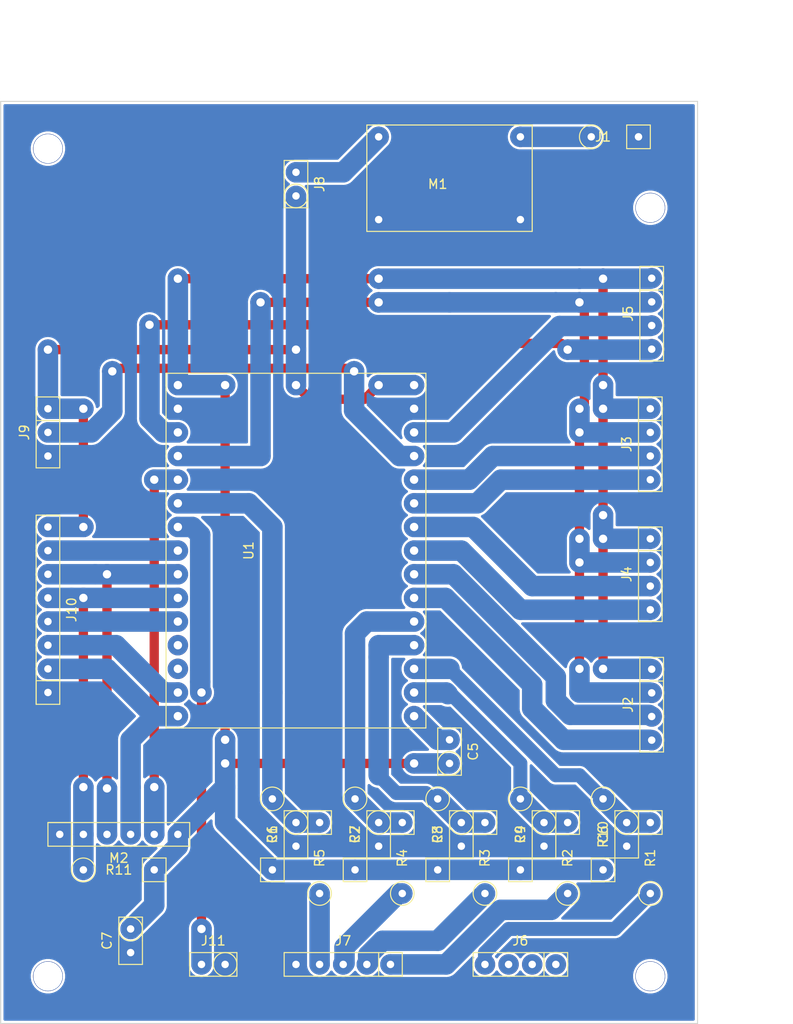
<source format=kicad_pcb>
(kicad_pcb (version 20171130) (host pcbnew "(5.1.6)-1")
  (layers (0 F.Cu signal) (31 B.Cu signal) (34 B.Paste user hide) (35 F.Paste user hide) (36 B.SilkS user hide) (37 F.SilkS user hide) (38 B.Mask user) (39 F.Mask user hide) (44 Edge.Cuts user))
  (net 0 "")
  (net 1 GND)
  (net 2 +3V3)
  (net 3 +5V)
  (net 4 X_DIR)
  (net 5 X_STEP)
  (net 6 STEP_EN)
  (net 7 Y_DIR)
  (net 8 Y_STEP)
  (net 9 Z_STEP)
  (net 10 Z_DIR)
  (net 11 MISO)
  (net 12 MCLK)
  (net 13 MOSI)
  (net 14 SD_CS)
  (net 15 TOUCH_CS)
  (net 16 TFT_DC)
  (net 17 TFT_CS)
  (net 18 LED)
  (net 19 "Net-(J6-Pad1)")
  (net 20 "Net-(J7-Pad1)")
  (net 21 A_STEP)
  (net 22 A_DIR)
  (net 23 "Net-(J1-Pad2)")
  (net 24 PROBE_SW)
  (net 25 Z_SW)
  (net 26 A_SW)
  (net 27 Y_SW)
  (net 28 X_SW)
  (net 29 "Net-(C5-Pad2)")
  (net 30 "Net-(J6-Pad2)")
  (net 31 "Net-(J6-Pad3)")
  (net 32 "Net-(J6-Pad4)")
  (net 33 "Net-(J7-Pad2)")
  (net 34 "Net-(J7-Pad3)")
  (net 35 "Net-(J7-Pad4)")
  (net 36 "Net-(J8-Pad2)")
  (net 37 PWM)
  (net 38 "Net-(U1-Pad18)")
  (net 39 "Net-(U1-Pad19)")
  (module cnc3018-PCB:my5Pin (layer F.Cu) (at 36.83 -6.29 180)
    (fp_text reference J7 (at 0 2.54) (layer F.SilkS))
    (fp_text value Conn_01x05)
    (pad 1 thru_hole circle (at -5.08 0 180) (size 2.2 2.2) (drill 0.8) (layers *.Cu *.Mask) (net 20 "Net-(J7-Pad1)"))
    (pad 2 thru_hole circle (at -2.54 0 180) (size 2.2 2.2) (drill 0.8) (layers *.Cu *.Mask) (net 33 "Net-(J7-Pad2)"))
    (pad 3 thru_hole circle (at 0 0 180) (size 2.2 2.2) (drill 0.8) (layers *.Cu *.Mask) (net 34 "Net-(J7-Pad3)"))
    (pad 4 thru_hole circle (at 2.54 0 180) (size 2.2 2.2) (drill 0.8) (layers *.Cu *.Mask) (net 35 "Net-(J7-Pad4)"))
    (pad 5 thru_hole circle (at 5.08 0 180) (size 2.2 2.2) (drill 0.8) (layers *.Cu *.Mask) (net 1 GND))
  )
  (module cnc3018-PCB:my2pin (layer F.Cu) (at 31.75 -21.53 270)
    (fp_text reference C1 (at 1.27 2.54 90) (layer F.SilkS))
    (fp_text value 100nf)
    (pad 1 thru_hole circle (at 0 0 270) (size 2.2 2.2) (drill 0.8) (layers *.Cu *.Mask) (net 28 X_SW))
    (pad 2 thru_hole circle (at 2.54 0 270) (size 2.2 2.2) (drill 0.8) (layers *.Cu *.Mask) (net 1 GND))
  )
  (module cnc3018-PCB:my2pin (layer F.Cu) (at 40.64 -21.53 270)
    (fp_text reference C2 (at 1.27 2.54 90) (layer F.SilkS))
    (fp_text value 100nf)
    (pad 2 thru_hole circle (at 2.54 0 270) (size 2.2 2.2) (drill 0.8) (layers *.Cu *.Mask) (net 1 GND))
    (pad 1 thru_hole circle (at 0 0 270) (size 2.2 2.2) (drill 0.8) (layers *.Cu *.Mask) (net 27 Y_SW))
  )
  (module cnc3018-PCB:my2pin (layer F.Cu) (at 49.53 -21.53 270)
    (fp_text reference C3 (at 1.27 2.54 90) (layer F.SilkS))
    (fp_text value 100nf)
    (pad 1 thru_hole circle (at 0 0 270) (size 2.2 2.2) (drill 0.8) (layers *.Cu *.Mask) (net 26 A_SW))
    (pad 2 thru_hole circle (at 2.54 0 270) (size 2.2 2.2) (drill 0.8) (layers *.Cu *.Mask) (net 1 GND))
  )
  (module cnc3018-PCB:my2pin (layer F.Cu) (at 58.42 -21.53 270)
    (fp_text reference C4 (at 1.27 2.54 90) (layer F.SilkS))
    (fp_text value 100nf)
    (pad 2 thru_hole circle (at 2.54 0 270) (size 2.2 2.2) (drill 0.8) (layers *.Cu *.Mask) (net 1 GND))
    (pad 1 thru_hole circle (at 0 0 270) (size 2.2 2.2) (drill 0.8) (layers *.Cu *.Mask) (net 25 Z_SW))
  )
  (module cnc3018-PCB:my2pin (layer F.Cu) (at 48.26 -27.88 90)
    (fp_text reference C5 (at 1.27 2.54 90) (layer F.SilkS))
    (fp_text value 10uF)
    (pad 2 thru_hole circle (at 2.54 0 90) (size 2.2 2.2) (drill 0.8) (layers *.Cu *.Mask) (net 29 "Net-(C5-Pad2)"))
    (pad 1 thru_hole circle (at 0 0 90) (size 2.2 2.2) (drill 0.8) (layers *.Cu *.Mask) (net 2 +3V3))
  )
  (module cnc3018-PCB:my2pin (layer F.Cu) (at 67.31 -21.53 270)
    (fp_text reference C6 (at 1.27 2.54 90) (layer F.SilkS))
    (fp_text value 100nf)
    (pad 1 thru_hole circle (at 0 0 270) (size 2.2 2.2) (drill 0.8) (layers *.Cu *.Mask) (net 24 PROBE_SW))
    (pad 2 thru_hole circle (at 2.54 0 270) (size 2.2 2.2) (drill 0.8) (layers *.Cu *.Mask) (net 1 GND))
  )
  (module cnc3018-PCB:my2pin (layer F.Cu) (at 13.97 -10.1 270)
    (fp_text reference C7 (at 1.27 2.54 90) (layer F.SilkS))
    (fp_text value "220uf 10V")
    (pad 2 thru_hole circle (at 2.54 0 270) (size 2.2 2.2) (drill 0.8) (layers *.Cu *.Mask) (net 1 GND))
    (pad 1 thru_hole circle (at 0 0 270) (size 2.2 2.2) (drill 0.8) (layers *.Cu *.Mask) (net 2 +3V3))
  )
  (module cnc3018-PCB:mySkip1 (layer F.Cu) (at 68.58 -95.19 180)
    (fp_text reference J1 (at 3.81 0) (layer F.SilkS))
    (fp_text value 24V)
    (pad 1 thru_hole circle (at 0 0 180) (size 2.2 2.2) (drill 0.8) (layers *.Cu *.Mask) (net 1 GND))
    (pad 2 thru_hole circle (at 5.08 0 180) (size 2.2 2.2) (drill 0.8) (layers *.Cu *.Mask) (net 23 "Net-(J1-Pad2)"))
  )
  (module cnc3018-PCB:my4pin (layer F.Cu) (at 70 -38 270)
    (fp_text reference J2 (at 3.81 2.54 90) (layer F.SilkS))
    (fp_text value Z_AXIS)
    (pad 1 thru_hole circle (at 0 0 270) (size 2.2 2.2) (drill 0.8) (layers *.Cu *.Mask) (net 2 +3V3))
    (pad 2 thru_hole circle (at 2.54 0 270) (size 2.2 2.2) (drill 0.8) (layers *.Cu *.Mask) (net 6 STEP_EN))
    (pad 3 thru_hole circle (at 5.08 0 270) (size 2.2 2.2) (drill 0.8) (layers *.Cu *.Mask) (net 4 X_DIR))
    (pad 4 thru_hole circle (at 7.62 0 270) (size 2.2 2.2) (drill 0.8) (layers *.Cu *.Mask) (net 5 X_STEP))
  )
  (module cnc3018-PCB:my4pin (layer F.Cu) (at 69.85 -65.98 270)
    (fp_text reference J3 (at 3.81 2.54 90) (layer F.SilkS))
    (fp_text value A_AXIS)
    (pad 4 thru_hole circle (at 7.62 0 270) (size 2.2 2.2) (drill 0.8) (layers *.Cu *.Mask) (net 21 A_STEP))
    (pad 3 thru_hole circle (at 5.08 0 270) (size 2.2 2.2) (drill 0.8) (layers *.Cu *.Mask) (net 22 A_DIR))
    (pad 2 thru_hole circle (at 2.54 0 270) (size 2.2 2.2) (drill 0.8) (layers *.Cu *.Mask) (net 6 STEP_EN))
    (pad 1 thru_hole circle (at 0 0 270) (size 2.2 2.2) (drill 0.8) (layers *.Cu *.Mask) (net 2 +3V3))
  )
  (module cnc3018-PCB:my4pin (layer F.Cu) (at 69.85 -52.01 270)
    (fp_text reference J4 (at 3.81 2.54 90) (layer F.SilkS))
    (fp_text value Y_AXIS)
    (pad 1 thru_hole circle (at 0 0 270) (size 2.2 2.2) (drill 0.8) (layers *.Cu *.Mask) (net 2 +3V3))
    (pad 2 thru_hole circle (at 2.54 0 270) (size 2.2 2.2) (drill 0.8) (layers *.Cu *.Mask) (net 6 STEP_EN))
    (pad 3 thru_hole circle (at 5.08 0 270) (size 2.2 2.2) (drill 0.8) (layers *.Cu *.Mask) (net 7 Y_DIR))
    (pad 4 thru_hole circle (at 7.62 0 270) (size 2.2 2.2) (drill 0.8) (layers *.Cu *.Mask) (net 8 Y_STEP))
  )
  (module cnc3018-PCB:my4pin (layer F.Cu) (at 70 -80 270)
    (fp_text reference J5 (at 3.81 2.54 90) (layer F.SilkS))
    (fp_text value X_AXIS)
    (pad 4 thru_hole circle (at 7.62 0 270) (size 2.2 2.2) (drill 0.8) (layers *.Cu *.Mask) (net 9 Z_STEP))
    (pad 3 thru_hole circle (at 5.08 0 270) (size 2.2 2.2) (drill 0.8) (layers *.Cu *.Mask) (net 10 Z_DIR))
    (pad 2 thru_hole circle (at 2.54 0 270) (size 2.2 2.2) (drill 0.8) (layers *.Cu *.Mask) (net 6 STEP_EN))
    (pad 1 thru_hole circle (at 0 0 270) (size 2.2 2.2) (drill 0.8) (layers *.Cu *.Mask) (net 2 +3V3))
  )
  (module cnc3018-PCB:my4pin (layer F.Cu) (at 59.69 -6.29 180)
    (fp_text reference J6 (at 3.81 2.54) (layer F.SilkS))
    (fp_text value Conn_01x04)
    (pad 1 thru_hole circle (at 0 0 180) (size 2.2 2.2) (drill 0.8) (layers *.Cu *.Mask) (net 19 "Net-(J6-Pad1)"))
    (pad 2 thru_hole circle (at 2.54 0 180) (size 2.2 2.2) (drill 0.8) (layers *.Cu *.Mask) (net 30 "Net-(J6-Pad2)"))
    (pad 3 thru_hole circle (at 5.08 0 180) (size 2.2 2.2) (drill 0.8) (layers *.Cu *.Mask) (net 31 "Net-(J6-Pad3)"))
    (pad 4 thru_hole circle (at 7.62 0 180) (size 2.2 2.2) (drill 0.8) (layers *.Cu *.Mask) (net 32 "Net-(J6-Pad4)"))
  )
  (module cnc3018-PCB:my2pin (layer F.Cu) (at 31.75 -88.84 90)
    (fp_text reference J8 (at 1.27 2.54 90) (layer F.SilkS))
    (fp_text value "USB 5V")
    (pad 1 thru_hole circle (at 0 0 90) (size 2.2 2.2) (drill 0.8) (layers *.Cu *.Mask) (net 3 +5V))
    (pad 2 thru_hole circle (at 2.54 0 90) (size 2.2 2.2) (drill 0.8) (layers *.Cu *.Mask) (net 36 "Net-(J8-Pad2)"))
  )
  (module cnc3018-PCB:my3pin (layer F.Cu) (at 5.08 -63.44 270)
    (fp_text reference J9 (at 0 2.54 90) (layer F.SilkS))
    (fp_text value "WS2812B Strip")
    (pad 1 thru_hole circle (at -2.54 0 270) (size 2.2 2.2) (drill 0.8) (layers *.Cu *.Mask) (net 3 +5V))
    (pad 2 thru_hole circle (at 0 0 270) (size 2.2 2.2) (drill 0.8) (layers *.Cu *.Mask) (net 18 LED))
    (pad 3 thru_hole circle (at 2.54 0 270) (size 2.2 2.2) (drill 0.8) (layers *.Cu *.Mask) (net 1 GND))
  )
  (module cnc3018-PCB:my8Pin (layer F.Cu) (at 5.08 -43.12 90)
    (fp_text reference J10 (at 1.27 2.54 90) (layer F.SilkS))
    (fp_text value Display)
    (pad 1 thru_hole circle (at -7.62 0 90) (size 2.2 2.2) (drill 0.8) (layers *.Cu *.Mask) (net 1 GND))
    (pad 2 thru_hole circle (at -5.08 0 90) (size 2.2 2.2) (drill 0.8) (layers *.Cu *.Mask) (net 13 MOSI))
    (pad 3 thru_hole circle (at -2.54 0 90) (size 2.2 2.2) (drill 0.8) (layers *.Cu *.Mask) (net 17 TFT_CS))
    (pad 4 thru_hole circle (at 0 0 90) (size 2.2 2.2) (drill 0.8) (layers *.Cu *.Mask) (net 16 TFT_DC))
    (pad 5 thru_hole circle (at 2.54 0 90) (size 2.2 2.2) (drill 0.8) (layers *.Cu *.Mask) (net 11 MISO))
    (pad 6 thru_hole circle (at 5.08 0 90) (size 2.2 2.2) (drill 0.8) (layers *.Cu *.Mask) (net 12 MCLK))
    (pad 7 thru_hole circle (at 7.62 0 90) (size 2.2 2.2) (drill 0.8) (layers *.Cu *.Mask) (net 15 TOUCH_CS))
    (pad 8 thru_hole circle (at 10.16 0 90) (size 2.2 2.2) (drill 0.8) (layers *.Cu *.Mask) (net 3 +5V))
  )
  (module cnc3018-PCB:my2pin (layer F.Cu) (at 24.13 -6.29 180)
    (fp_text reference J11 (at 1.27 2.54) (layer F.SilkS))
    (fp_text value PWM)
    (pad 1 thru_hole circle (at 0 0 180) (size 2.2 2.2) (drill 0.8) (layers *.Cu *.Mask) (net 1 GND))
    (pad 2 thru_hole circle (at 2.54 0 180) (size 2.2 2.2) (drill 0.8) (layers *.Cu *.Mask) (net 37 PWM))
  )
  (module cnc3018-PCB:BUCK01 (layer F.Cu) (at 50.8 -86.3 180)
    (fp_text reference M1 (at 3.81 3.81) (layer F.SilkS))
    (fp_text value BUCK01)
    (pad 1 thru_hole circle (at -5.08 0 180) (size 2.2 2.2) (drill 0.8) (layers *.Cu *.Mask) (net 1 GND))
    (pad 2 thru_hole circle (at 10.16 0 180) (size 2.2 2.2) (drill 0.8) (layers *.Cu *.Mask) (net 1 GND))
    (pad 3 thru_hole circle (at 10.16 8.89 180) (size 2.2 2.2) (drill 0.8) (layers *.Cu *.Mask) (net 36 "Net-(J8-Pad2)"))
    (pad 4 thru_hole circle (at -5.08 8.89 180) (size 2.2 2.2) (drill 0.8) (layers *.Cu *.Mask) (net 23 "Net-(J1-Pad2)"))
  )
  (module cnc3018-PCB:my6Pin (layer F.Cu) (at 6.35 -20.26)
    (fp_text reference M2 (at 6.35 2.54) (layer F.SilkS))
    (fp_text value SD_TYP0)
    (pad 1 thru_hole circle (at 0 0) (size 2.2 2.2) (drill 0.8) (layers *.Cu *.Mask) (net 1 GND))
    (pad 2 thru_hole circle (at 2.54 0) (size 2.2 2.2) (drill 0.8) (layers *.Cu *.Mask) (net 11 MISO))
    (pad 3 thru_hole circle (at 5.08 0) (size 2.2 2.2) (drill 0.8) (layers *.Cu *.Mask) (net 12 MCLK))
    (pad 4 thru_hole circle (at 7.62 0) (size 2.2 2.2) (drill 0.8) (layers *.Cu *.Mask) (net 13 MOSI))
    (pad 5 thru_hole circle (at 10.16 0) (size 2.2 2.2) (drill 0.8) (layers *.Cu *.Mask) (net 14 SD_CS))
    (pad 6 thru_hole circle (at 12.7 0) (size 2.2 2.2) (drill 0.8) (layers *.Cu *.Mask) (net 2 +3V3))
  )
  (module cnc3018-PCB:mySkip2 (layer F.Cu) (at 69.85 -21.53 270)
    (fp_text reference R1 (at 3.81 0 90) (layer F.SilkS))
    (fp_text value 100)
    (pad 2 thru_hole circle (at 7.62 0 270) (size 2.2 2.2) (drill 0.8) (layers *.Cu *.Mask) (net 32 "Net-(J6-Pad4)"))
    (pad 1 thru_hole circle (at 0 0 270) (size 2.2 2.2) (drill 0.8) (layers *.Cu *.Mask) (net 24 PROBE_SW))
  )
  (module cnc3018-PCB:mySkip2 (layer F.Cu) (at 60.96 -21.53 270)
    (fp_text reference R2 (at 3.81 0 90) (layer F.SilkS))
    (fp_text value 100)
    (pad 2 thru_hole circle (at 7.62 0 270) (size 2.2 2.2) (drill 0.8) (layers *.Cu *.Mask) (net 20 "Net-(J7-Pad1)"))
    (pad 1 thru_hole circle (at 0 0 270) (size 2.2 2.2) (drill 0.8) (layers *.Cu *.Mask) (net 25 Z_SW))
  )
  (module cnc3018-PCB:mySkip2 (layer F.Cu) (at 52.07 -21.53 270)
    (fp_text reference R3 (at 3.81 0 90) (layer F.SilkS))
    (fp_text value 100)
    (pad 1 thru_hole circle (at 0 0 270) (size 2.2 2.2) (drill 0.8) (layers *.Cu *.Mask) (net 26 A_SW))
    (pad 2 thru_hole circle (at 7.62 0 270) (size 2.2 2.2) (drill 0.8) (layers *.Cu *.Mask) (net 33 "Net-(J7-Pad2)"))
  )
  (module cnc3018-PCB:mySkip2 (layer F.Cu) (at 43.18 -21.53 270)
    (fp_text reference R4 (at 3.81 0 90) (layer F.SilkS))
    (fp_text value 100)
    (pad 2 thru_hole circle (at 7.62 0 270) (size 2.2 2.2) (drill 0.8) (layers *.Cu *.Mask) (net 34 "Net-(J7-Pad3)"))
    (pad 1 thru_hole circle (at 0 0 270) (size 2.2 2.2) (drill 0.8) (layers *.Cu *.Mask) (net 27 Y_SW))
  )
  (module cnc3018-PCB:mySkip2 (layer F.Cu) (at 34.29 -21.53 270)
    (fp_text reference R5 (at 3.81 0 90) (layer F.SilkS))
    (fp_text value 100)
    (pad 1 thru_hole circle (at 0 0 270) (size 2.2 2.2) (drill 0.8) (layers *.Cu *.Mask) (net 28 X_SW))
    (pad 2 thru_hole circle (at 7.62 0 270) (size 2.2 2.2) (drill 0.8) (layers *.Cu *.Mask) (net 35 "Net-(J7-Pad4)"))
  )
  (module cnc3018-PCB:mySkip2 (layer F.Cu) (at 29.21 -16.45 90)
    (fp_text reference R6 (at 3.81 0 90) (layer F.SilkS))
    (fp_text value 10K)
    (pad 1 thru_hole circle (at 0 0 90) (size 2.2 2.2) (drill 0.8) (layers *.Cu *.Mask) (net 2 +3V3))
    (pad 2 thru_hole circle (at 7.62 0 90) (size 2.2 2.2) (drill 0.8) (layers *.Cu *.Mask) (net 28 X_SW))
  )
  (module cnc3018-PCB:mySkip2 (layer F.Cu) (at 38.1 -16.45 90)
    (fp_text reference R7 (at 3.81 0 90) (layer F.SilkS))
    (fp_text value 10K)
    (pad 2 thru_hole circle (at 7.62 0 90) (size 2.2 2.2) (drill 0.8) (layers *.Cu *.Mask) (net 27 Y_SW))
    (pad 1 thru_hole circle (at 0 0 90) (size 2.2 2.2) (drill 0.8) (layers *.Cu *.Mask) (net 2 +3V3))
  )
  (module cnc3018-PCB:mySkip2 (layer F.Cu) (at 46.99 -16.45 90)
    (fp_text reference R8 (at 3.81 0 90) (layer F.SilkS))
    (fp_text value 10K)
    (pad 1 thru_hole circle (at 0 0 90) (size 2.2 2.2) (drill 0.8) (layers *.Cu *.Mask) (net 2 +3V3))
    (pad 2 thru_hole circle (at 7.62 0 90) (size 2.2 2.2) (drill 0.8) (layers *.Cu *.Mask) (net 26 A_SW))
  )
  (module cnc3018-PCB:mySkip2 (layer F.Cu) (at 55.88 -16.45 90)
    (fp_text reference R9 (at 3.81 0 90) (layer F.SilkS))
    (fp_text value 10K)
    (pad 2 thru_hole circle (at 7.62 0 90) (size 2.2 2.2) (drill 0.8) (layers *.Cu *.Mask) (net 25 Z_SW))
    (pad 1 thru_hole circle (at 0 0 90) (size 2.2 2.2) (drill 0.8) (layers *.Cu *.Mask) (net 2 +3V3))
  )
  (module cnc3018-PCB:mySkip2 (layer F.Cu) (at 64.77 -16.45 90)
    (fp_text reference R10 (at 3.81 0 90) (layer F.SilkS))
    (fp_text value 10K)
    (pad 1 thru_hole circle (at 0 0 90) (size 2.2 2.2) (drill 0.8) (layers *.Cu *.Mask) (net 2 +3V3))
    (pad 2 thru_hole circle (at 7.62 0 90) (size 2.2 2.2) (drill 0.8) (layers *.Cu *.Mask) (net 24 PROBE_SW))
  )
  (module cnc3018-PCB:mySkip2 (layer F.Cu) (at 16.51 -16.45 180)
    (fp_text reference R11 (at 3.81 0) (layer F.SilkS))
    (fp_text value 10K)
    (pad 1 thru_hole circle (at 0 0 180) (size 2.2 2.2) (drill 0.8) (layers *.Cu *.Mask) (net 2 +3V3))
    (pad 2 thru_hole circle (at 7.62 0 180) (size 2.2 2.2) (drill 0.8) (layers *.Cu *.Mask) (net 11 MISO))
  )
  (module cnc3018-PCB:ESP32-DEV_0 (layer F.Cu) (at 31.75 -50.74 270)
    (fp_text reference U1 (at 0 5.08 90) (layer F.SilkS))
    (fp_text value ESP32_DEV_0)
    (pad 1 thru_hole circle (at -17.78 -12.7 270) (size 2.2 2.2) (drill 0.9) (layers *.Cu *.Mask) (net 3 +5V))
    (pad 2 thru_hole circle (at -15.24 -12.7 270) (size 2.2 2.2) (drill 0.9) (layers *.Cu *.Mask) (net 1 GND))
    (pad 3 thru_hole circle (at -12.7 -12.7 270) (size 2.2 2.2) (drill 0.9) (layers *.Cu *.Mask) (net 10 Z_DIR))
    (pad 4 thru_hole circle (at -10.16 -12.7 270) (size 2.2 2.2) (drill 0.9) (layers *.Cu *.Mask) (net 18 LED))
    (pad 5 thru_hole circle (at -7.62 -12.7 270) (size 2.2 2.2) (drill 0.9) (layers *.Cu *.Mask) (net 22 A_DIR))
    (pad 6 thru_hole circle (at -5.08 -12.7 270) (size 2.2 2.2) (drill 0.9) (layers *.Cu *.Mask) (net 21 A_STEP))
    (pad 7 thru_hole circle (at -2.54 -12.7 270) (size 2.2 2.2) (drill 0.9) (layers *.Cu *.Mask) (net 7 Y_DIR))
    (pad 8 thru_hole circle (at 0 -12.7 270) (size 2.2 2.2) (drill 0.9) (layers *.Cu *.Mask) (net 8 Y_STEP))
    (pad 9 thru_hole circle (at 2.54 -12.7 270) (size 2.2 2.2) (drill 0.9) (layers *.Cu *.Mask) (net 4 X_DIR))
    (pad 10 thru_hole circle (at 5.08 -12.7 270) (size 2.2 2.2) (drill 0.9) (layers *.Cu *.Mask) (net 5 X_STEP))
    (pad 11 thru_hole circle (at 7.62 -12.7 270) (size 2.2 2.2) (drill 0.9) (layers *.Cu *.Mask) (net 27 Y_SW))
    (pad 12 thru_hole circle (at 10.16 -12.7 270) (size 2.2 2.2) (drill 0.9) (layers *.Cu *.Mask) (net 26 A_SW))
    (pad 13 thru_hole circle (at 12.7 -12.7 270) (size 2.2 2.2) (drill 0.9) (layers *.Cu *.Mask) (net 24 PROBE_SW))
    (pad 14 thru_hole circle (at 15.24 -12.7 270) (size 2.2 2.2) (drill 0.9) (layers *.Cu *.Mask) (net 25 Z_SW))
    (pad 15 thru_hole circle (at 17.78 -12.7 270) (size 2.2 2.2) (drill 0.9) (layers *.Cu *.Mask) (net 29 "Net-(C5-Pad2)"))
    (pad 16 thru_hole circle (at 17.78 12.7 270) (size 2.2 2.2) (drill 0.9) (layers *.Cu *.Mask) (net 13 MOSI))
    (pad 17 thru_hole circle (at 15.24 12.7 270) (size 2.2 2.2) (drill 0.9) (layers *.Cu *.Mask) (net 17 TFT_CS))
    (pad 18 thru_hole circle (at 12.7 12.7 270) (size 2.2 2.2) (drill 0.9) (layers *.Cu *.Mask) (net 38 "Net-(U1-Pad18)"))
    (pad 19 thru_hole circle (at 10.16 12.7 270) (size 2.2 2.2) (drill 0.9) (layers *.Cu *.Mask) (net 39 "Net-(U1-Pad19)"))
    (pad 20 thru_hole circle (at 7.62 12.7 270) (size 2.2 2.2) (drill 0.9) (layers *.Cu *.Mask) (net 16 TFT_DC))
    (pad 21 thru_hole circle (at 5.08 12.7 270) (size 2.2 2.2) (drill 0.9) (layers *.Cu *.Mask) (net 11 MISO))
    (pad 22 thru_hole circle (at 2.54 12.7 270) (size 2.2 2.2) (drill 0.9) (layers *.Cu *.Mask) (net 12 MCLK))
    (pad 23 thru_hole circle (at 0 12.7 270) (size 2.2 2.2) (drill 0.9) (layers *.Cu *.Mask) (net 15 TOUCH_CS))
    (pad 24 thru_hole circle (at -2.54 12.7 270) (size 2.2 2.2) (drill 0.9) (layers *.Cu *.Mask) (net 37 PWM))
    (pad 25 thru_hole circle (at -5.08 12.7 270) (size 2.2 2.2) (drill 0.9) (layers *.Cu *.Mask) (net 28 X_SW))
    (pad 26 thru_hole circle (at -7.62 12.7 270) (size 2.2 2.2) (drill 0.9) (layers *.Cu *.Mask) (net 14 SD_CS))
    (pad 27 thru_hole circle (at -10.16 12.7 270) (size 2.2 2.2) (drill 0.9) (layers *.Cu *.Mask) (net 6 STEP_EN))
    (pad 28 thru_hole circle (at -12.7 12.7 270) (size 2.2 2.2) (drill 0.9) (layers *.Cu *.Mask) (net 9 Z_STEP))
    (pad 29 thru_hole circle (at -15.24 12.7 270) (size 2.2 2.2) (drill 0.9) (layers *.Cu *.Mask) (net 1 GND))
    (pad 30 thru_hole circle (at -17.78 12.7 270) (size 2.2 2.2) (drill 0.9) (layers *.Cu *.Mask) (net 2 +3V3))
  )
  (gr_line (start 74.93 0.06) (end 74.93 -99) (layer Edge.Cuts) (width 0.1))
  (gr_line (start 0 0.06) (end 74.93 0.06) (layer Edge.Cuts) (width 0.1))
  (gr_line (start 0 -99) (end 0 0.06) (layer Edge.Cuts) (width 0.1))
  (gr_line (start 74.93 -99) (end 0 -99) (layer Edge.Cuts) (width 0.1))
  (via (at 5.08 -93.92) (size 3.2) (drill 3.1) (layers F.Cu B.Cu) (net 0))
  (via (at 69.85 -87.57) (size 3.2) (drill 3.1) (layers F.Cu B.Cu) (net 0))
  (via (at 5.08 -5.02) (size 3.2) (drill 3.1) (layers F.Cu B.Cu) (net 0))
  (via (at 69.85 -5.02) (size 3.2) (drill 3.1) (layers F.Cu B.Cu) (net 0))
  (segment (start 69.85 -79.95) (end 64.77 -79.95) (width 2.2) (layer B.Cu) (net 2))
  (segment (start 69.85 -65.98) (end 64.77 -65.98) (width 2.2) (layer B.Cu) (net 2))
  (segment (start 64.77 -65.98) (end 64.77 -68.52) (width 2.2) (layer B.Cu) (net 2))
  (segment (start 69.85 -52.01) (end 64.77 -52.01) (width 2.2) (layer B.Cu) (net 2))
  (segment (start 64.77 -52.01) (end 64.77 -54.55) (width 2.2) (layer B.Cu) (net 2))
  (segment (start 69.789999 -38.04) (end 64.77 -38.04) (width 2.2) (layer B.Cu) (net 2))
  (segment (start 64.77 -79.95) (end 64.77 -79.95) (width 2.2) (layer B.Cu) (net 2))
  (via (at 64.77 -79.95) (size 2.2) (drill 0.9) (layers F.Cu B.Cu) (net 2))
  (segment (start 64.77 -68.52) (end 64.77 -68.52) (width 2.2) (layer B.Cu) (net 2))
  (via (at 64.77 -68.52) (size 2.2) (drill 0.9) (layers F.Cu B.Cu) (net 2))
  (segment (start 64.77 -65.98) (end 64.77 -65.98) (width 2.2) (layer B.Cu) (net 2))
  (via (at 64.77 -65.98) (size 2.2) (drill 0.9) (layers F.Cu B.Cu) (net 2))
  (segment (start 64.77 -54.55) (end 64.77 -54.55) (width 2.2) (layer B.Cu) (net 2))
  (via (at 64.77 -54.55) (size 2.2) (drill 0.9) (layers F.Cu B.Cu) (net 2))
  (segment (start 64.77 -52.01) (end 64.77 -52.01) (width 2.2) (layer B.Cu) (net 2))
  (via (at 64.77 -52.01) (size 2.2) (drill 0.9) (layers F.Cu B.Cu) (net 2))
  (segment (start 64.77 -38.04) (end 64.77 -38.04) (width 2.2) (layer B.Cu) (net 2))
  (via (at 64.77 -38.04) (size 2.2) (drill 0.9) (layers F.Cu B.Cu) (net 2))
  (segment (start 64.77 -79.95) (end 62.23 -79.95) (width 2.2) (layer B.Cu) (net 2))
  (segment (start 62.23 -79.95) (end 62.23 -79.95) (width 2.2) (layer B.Cu) (net 2))
  (segment (start 64.77 -79.95) (end 64.77 -68.52) (width 1) (layer F.Cu) (net 2))
  (segment (start 64.77 -65.98) (end 64.77 -54.55) (width 1) (layer F.Cu) (net 2))
  (segment (start 64.77 -52.01) (end 64.77 -38.04) (width 1) (layer F.Cu) (net 2))
  (segment (start 19.05 -18.99) (end 16.51 -16.45) (width 2.2) (layer B.Cu) (net 2))
  (segment (start 19.05 -20.26) (end 19.05 -18.99) (width 2.2) (layer B.Cu) (net 2))
  (segment (start 19.05 -68.52) (end 19.05 -79.95) (width 2.2) (layer B.Cu) (net 2))
  (segment (start 19.05 -79.95) (end 19.05 -79.95) (width 2.2) (layer B.Cu) (net 2))
  (via (at 19.05 -79.95) (size 2.2) (drill 0.9) (layers F.Cu B.Cu) (net 2))
  (segment (start 62.23 -79.95) (end 62.23 -79.95) (width 2.2) (layer B.Cu) (net 2))
  (segment (start 62.23 -79.95) (end 40.64 -79.95) (width 2.2) (layer B.Cu) (net 2))
  (segment (start 40.64 -79.95) (end 40.64 -79.95) (width 2.2) (layer B.Cu) (net 2))
  (via (at 40.64 -79.95) (size 2.2) (drill 0.9) (layers F.Cu B.Cu) (net 2))
  (segment (start 40.64 -79.95) (end 19.05 -79.95) (width 1) (layer F.Cu) (net 2))
  (segment (start 48.26 -27.88) (end 44.45 -27.88) (width 2.2) (layer B.Cu) (net 2))
  (segment (start 19.05 -20.26) (end 24.13 -25.34) (width 2.2) (layer B.Cu) (net 2))
  (segment (start 24.13 -25.34) (end 24.13 -26.61) (width 2.2) (layer B.Cu) (net 2))
  (segment (start 44.45 -27.88) (end 44.45 -27.88) (width 2.2) (layer B.Cu) (net 2))
  (via (at 44.45 -27.88) (size 2.2) (drill 0.9) (layers F.Cu B.Cu) (net 2))
  (segment (start 24.13 -26.61) (end 24.13 -29.15) (width 2.2) (layer B.Cu) (net 2))
  (via (at 24.13 -27.88) (size 2.2) (drill 0.9) (layers F.Cu B.Cu) (net 2))
  (segment (start 24.13 -29.15) (end 24.13 -30.42) (width 2.2) (layer B.Cu) (net 2))
  (segment (start 24.13 -30.42) (end 24.13 -30.42) (width 2.2) (layer B.Cu) (net 2))
  (via (at 24.13 -30.42) (size 2.2) (drill 0.9) (layers F.Cu B.Cu) (net 2))
  (segment (start 19.05 -68.52) (end 24.13 -68.52) (width 2.2) (layer B.Cu) (net 2))
  (segment (start 24.13 -68.52) (end 24.13 -68.52) (width 2.2) (layer B.Cu) (net 2))
  (via (at 24.13 -68.52) (size 2.2) (drill 0.9) (layers F.Cu B.Cu) (net 2))
  (segment (start 24.13 -21.53) (end 29.21 -16.45) (width 2.2) (layer B.Cu) (net 2))
  (segment (start 24.13 -25.34) (end 24.13 -21.53) (width 2.2) (layer B.Cu) (net 2))
  (segment (start 29.21 -16.45) (end 64.77 -16.45) (width 2.2) (layer B.Cu) (net 2))
  (segment (start 24.13 -68.52) (end 24.13 -30.42) (width 1) (layer F.Cu) (net 2))
  (segment (start 24.13 -27.88) (end 44.45 -27.88) (width 1) (layer F.Cu) (net 2))
  (segment (start 16.51 -12.64) (end 13.97 -10.1) (width 2.2) (layer B.Cu) (net 2))
  (segment (start 16.51 -16.45) (end 16.51 -12.64) (width 2.2) (layer B.Cu) (net 2))
  (segment (start 5.08 -65.98) (end 5.08 -72.33) (width 2.2) (layer B.Cu) (net 3))
  (via (at 5.08 -72.33) (size 2.2) (drill 0.9) (layers F.Cu B.Cu) (net 3))
  (segment (start 5.08 -65.98) (end 8.89 -65.98) (width 2.2) (layer B.Cu) (net 3))
  (segment (start 5.08 -53.28) (end 8.89 -53.28) (width 2.2) (layer B.Cu) (net 3))
  (segment (start 8.89 -53.28) (end 8.89 -53.28) (width 2.2) (layer B.Cu) (net 3))
  (via (at 8.89 -53.28) (size 2.2) (drill 0.9) (layers F.Cu B.Cu) (net 3))
  (segment (start 8.89 -65.98) (end 8.89 -65.98) (width 2.2) (layer B.Cu) (net 3))
  (via (at 8.89 -65.98) (size 2.2) (drill 0.9) (layers F.Cu B.Cu) (net 3))
  (segment (start 8.89 -65.98) (end 8.89 -53.28) (width 1) (layer F.Cu) (net 3))
  (segment (start 31.75 -88.84) (end 31.75 -72.33) (width 2.2) (layer B.Cu) (net 3))
  (segment (start 44.45 -68.52) (end 40.64 -68.52) (width 2.2) (layer B.Cu) (net 3))
  (segment (start 31.75 -72.33) (end 31.75 -68.52) (width 2.2) (layer B.Cu) (net 3))
  (via (at 31.75 -72.33) (size 2.2) (drill 0.9) (layers F.Cu B.Cu) (net 3))
  (segment (start 31.75 -68.52) (end 31.75 -68.52) (width 2.2) (layer B.Cu) (net 3))
  (segment (start 40.64 -68.52) (end 40.64 -68.52) (width 2.2) (layer B.Cu) (net 3))
  (segment (start 31.75 -72.33) (end 5.08 -72.33) (width 1) (layer F.Cu) (net 3))
  (segment (start 40.64 -68.52) (end 40.64 -68.52) (width 2.2) (layer B.Cu) (net 3))
  (via (at 40.64 -68.52) (size 2.2) (drill 0.9) (layers F.Cu B.Cu) (net 3))
  (segment (start 31.75 -68.52) (end 31.75 -68.52) (width 2.2) (layer B.Cu) (net 3))
  (via (at 31.75 -68.52) (size 2.2) (drill 0.9) (layers F.Cu B.Cu) (net 3))
  (segment (start 33.27 -67) (end 31.75 -68.52) (width 1) (layer F.Cu) (net 3))
  (segment (start 40.64 -68.52) (end 39.12 -67) (width 1) (layer F.Cu) (net 3))
  (segment (start 39.12 -67) (end 33.27 -67) (width 1) (layer F.Cu) (net 3))
  (segment (start 61.235884 -33.09999) (end 59.69 -34.645874) (width 2.2) (layer B.Cu) (net 4))
  (segment (start 69.71001 -33.09999) (end 61.235884 -33.09999) (width 2.2) (layer B.Cu) (net 4))
  (segment (start 59.69 -34.645874) (end 59.69 -37.185874) (width 2.2) (layer B.Cu) (net 4))
  (segment (start 48.675874 -48.2) (end 44.45 -48.2) (width 2.2) (layer B.Cu) (net 4))
  (segment (start 59.69 -37.185874) (end 48.675874 -48.2) (width 2.2) (layer B.Cu) (net 4))
  (segment (start 44.45 -45.66) (end 47.821748 -45.66) (width 2.2) (layer B.Cu) (net 5))
  (segment (start 47.821748 -45.66) (end 57.15 -36.331748) (width 2.2) (layer B.Cu) (net 5))
  (segment (start 60.521748 -30.42) (end 69.789999 -30.42) (width 2.2) (layer B.Cu) (net 5))
  (segment (start 57.15 -33.791748) (end 60.521748 -30.42) (width 2.2) (layer B.Cu) (net 5))
  (segment (start 57.15 -36.331748) (end 57.15 -33.791748) (width 2.2) (layer B.Cu) (net 5))
  (segment (start 69.85 -63.44) (end 62.23 -63.44) (width 2.2) (layer B.Cu) (net 6))
  (segment (start 62.23 -63.44) (end 62.23 -65.98) (width 2.2) (layer B.Cu) (net 6))
  (segment (start 69.85 -49.47) (end 62.23 -49.47) (width 2.2) (layer B.Cu) (net 6))
  (segment (start 62.23 -49.47) (end 62.23 -52.01) (width 2.2) (layer B.Cu) (net 6))
  (segment (start 69.789999 -35.5) (end 62.23 -35.5) (width 2.2) (layer B.Cu) (net 6))
  (segment (start 62.23 -35.5) (end 62.23 -38.04) (width 2.2) (layer B.Cu) (net 6))
  (segment (start 69.85 -77.41) (end 62.23 -77.41) (width 2.2) (layer B.Cu) (net 6))
  (segment (start 62.23 -77.41) (end 59.69 -77.41) (width 2.2) (layer B.Cu) (net 6))
  (segment (start 62.23 -65.98) (end 62.23 -65.98) (width 2.2) (layer B.Cu) (net 6))
  (segment (start 62.23 -63.44) (end 62.23 -63.44) (width 2.2) (layer B.Cu) (net 6))
  (via (at 62.23 -63.44) (size 2.2) (drill 0.9) (layers F.Cu B.Cu) (net 6))
  (segment (start 62.23 -52.01) (end 62.23 -52.01) (width 2.2) (layer B.Cu) (net 6))
  (via (at 62.23 -52.01) (size 2.2) (drill 0.9) (layers F.Cu B.Cu) (net 6))
  (segment (start 62.23 -49.47) (end 62.23 -49.47) (width 2.2) (layer B.Cu) (net 6))
  (via (at 62.23 -49.47) (size 2.2) (drill 0.9) (layers F.Cu B.Cu) (net 6))
  (segment (start 62.23 -38.04) (end 62.23 -38.04) (width 2.2) (layer B.Cu) (net 6))
  (via (at 62.23 -38.04) (size 2.2) (drill 0.9) (layers F.Cu B.Cu) (net 6))
  (segment (start 59.69 -77.41) (end 59.69 -77.41) (width 2.2) (layer B.Cu) (net 6))
  (segment (start 62.23 -63.44) (end 62.23 -52.01) (width 1) (layer F.Cu) (net 6))
  (segment (start 62.23 -49.47) (end 62.23 -38.04) (width 1) (layer F.Cu) (net 6))
  (segment (start 59.69 -77.41) (end 48.26 -77.41) (width 2.2) (layer B.Cu) (net 6))
  (segment (start 48.26 -77.41) (end 40.64 -77.41) (width 2.2) (layer B.Cu) (net 6))
  (segment (start 40.64 -77.41) (end 40.64 -77.41) (width 2.2) (layer B.Cu) (net 6))
  (via (at 40.64 -77.41) (size 2.2) (drill 0.9) (layers F.Cu B.Cu) (net 6))
  (segment (start 19.05 -60.9) (end 27.94 -60.9) (width 2.2) (layer B.Cu) (net 6))
  (segment (start 27.94 -60.9) (end 27.94 -77.41) (width 2.2) (layer B.Cu) (net 6))
  (segment (start 27.94 -77.41) (end 27.94 -77.41) (width 2.2) (layer B.Cu) (net 6))
  (via (at 27.94 -77.41) (size 2.2) (drill 0.9) (layers F.Cu B.Cu) (net 6))
  (segment (start 40.64 -77.41) (end 27.94 -77.41) (width 1) (layer F.Cu) (net 6))
  (via (at 62.23 -65.98) (size 2.2) (drill 0.9) (layers F.Cu B.Cu) (net 6))
  (via (at 62.23 -77.41) (size 2.2) (drill 0.9) (layers F.Cu B.Cu) (net 6))
  (segment (start 62.760001 -66.510001) (end 62.23 -65.98) (width 1) (layer F.Cu) (net 6))
  (segment (start 62.760001 -76.879999) (end 62.760001 -66.510001) (width 1) (layer F.Cu) (net 6))
  (segment (start 62.23 -77.41) (end 62.760001 -76.879999) (width 1) (layer F.Cu) (net 6))
  (segment (start 69.85 -46.93) (end 57.15 -46.93) (width 2.2) (layer B.Cu) (net 7))
  (segment (start 50.8 -53.28) (end 44.45 -53.28) (width 2.2) (layer B.Cu) (net 7))
  (segment (start 57.15 -46.93) (end 50.8 -53.28) (width 2.2) (layer B.Cu) (net 7))
  (segment (start 49.53 -50.74) (end 44.45 -50.74) (width 2.2) (layer B.Cu) (net 8))
  (segment (start 69.85 -44.39) (end 55.88 -44.39) (width 2.2) (layer B.Cu) (net 8))
  (segment (start 55.88 -44.39) (end 49.53 -50.74) (width 2.2) (layer B.Cu) (net 8))
  (segment (start 69.85 -72.33) (end 60.96 -72.33) (width 2.2) (layer B.Cu) (net 9))
  (segment (start 17.494366 -63.44) (end 16 -64.934366) (width 2.2) (layer B.Cu) (net 9))
  (segment (start 19.05 -63.44) (end 17.494366 -63.44) (width 2.2) (layer B.Cu) (net 9))
  (segment (start 16 -64.934366) (end 16 -75) (width 2.2) (layer B.Cu) (net 9))
  (segment (start 16 -75) (end 16 -75) (width 2.2) (layer B.Cu) (net 9))
  (via (at 16 -75) (size 2.2) (drill 0.9) (layers F.Cu B.Cu) (net 9))
  (segment (start 60.96 -72.33) (end 60.96 -72.33) (width 2.2) (layer B.Cu) (net 9))
  (via (at 60.96 -72.33) (size 2.2) (drill 0.9) (layers F.Cu B.Cu) (net 9))
  (segment (start 16 -75) (end 35 -75) (width 1) (layer F.Cu) (net 9))
  (segment (start 35 -75) (end 37 -73) (width 1) (layer F.Cu) (net 9))
  (segment (start 60.29 -73) (end 60.96 -72.33) (width 1) (layer F.Cu) (net 9))
  (segment (start 37 -73) (end 60.29 -73) (width 1) (layer F.Cu) (net 9))
  (segment (start 60.105874 -74.87) (end 69.85 -74.87) (width 2.2) (layer B.Cu) (net 10))
  (segment (start 48.675874 -63.44) (end 60.105874 -74.87) (width 2.2) (layer B.Cu) (net 10))
  (segment (start 44.45 -63.44) (end 48.675874 -63.44) (width 2.2) (layer B.Cu) (net 10))
  (segment (start 19.05 -45.66) (end 7.62 -45.66) (width 2.2) (layer B.Cu) (net 11))
  (segment (start 8.89 -20.26) (end 8.89 -25.34) (width 2.2) (layer B.Cu) (net 11))
  (segment (start 7.62 -45.66) (end 5.08 -45.66) (width 2.2) (layer B.Cu) (net 11))
  (via (at 8.89 -45.66) (size 2.2) (drill 0.9) (layers F.Cu B.Cu) (net 11))
  (segment (start 8.89 -25.34) (end 8.89 -25.34) (width 2.2) (layer B.Cu) (net 11))
  (via (at 8.89 -25.34) (size 2.2) (drill 0.9) (layers F.Cu B.Cu) (net 11))
  (segment (start 8.89 -45.66) (end 8.89 -25.34) (width 1) (layer F.Cu) (net 11))
  (segment (start 8.89 -20.26) (end 8.89 -16.45) (width 2.2) (layer B.Cu) (net 11))
  (segment (start 19.05 -48.2) (end 10.16 -48.2) (width 2.2) (layer B.Cu) (net 12))
  (segment (start 11.43 -20.26) (end 11.43 -25.20001) (width 2.2) (layer B.Cu) (net 12))
  (segment (start 10.16 -48.2) (end 5.08 -48.2) (width 2.2) (layer B.Cu) (net 12))
  (via (at 11.43 -48.2) (size 2.2) (drill 0.9) (layers F.Cu B.Cu) (net 12))
  (segment (start 11.43 -25.20001) (end 11.43 -25.20001) (width 2.2) (layer B.Cu) (net 12))
  (via (at 11.43 -25.20001) (size 2.2) (drill 0.9) (layers F.Cu B.Cu) (net 12))
  (segment (start 11.43 -48.2) (end 11.43 -25.20001) (width 1) (layer F.Cu) (net 12))
  (segment (start 19.05 -32.96) (end 16.51 -32.96) (width 2.2) (layer B.Cu) (net 13))
  (segment (start 11.43 -38.04) (end 5.08 -38.04) (width 2.2) (layer B.Cu) (net 13))
  (segment (start 16.51 -32.96) (end 12.7 -36.77) (width 2.2) (layer B.Cu) (net 13))
  (segment (start 13.97 -25.34) (end 13.97 -25.34) (width 2.2) (layer B.Cu) (net 13))
  (segment (start 12.7 -36.77) (end 11.43 -38.04) (width 2.2) (layer B.Cu) (net 13))
  (segment (start 13.97 -30.42) (end 16.51 -32.96) (width 2.2) (layer B.Cu) (net 13))
  (segment (start 13.97 -20.26) (end 13.97 -30.42) (width 2.2) (layer B.Cu) (net 13))
  (segment (start 16.51 -20.26) (end 16.51 -25.34) (width 2.2) (layer B.Cu) (net 14))
  (segment (start 16.51 -25.34) (end 16.51 -25.34) (width 2.2) (layer B.Cu) (net 14))
  (via (at 16.51 -25.34) (size 2.2) (drill 0.9) (layers F.Cu B.Cu) (net 14))
  (via (at 16.51 -58.36) (size 2.2) (drill 0.9) (layers F.Cu B.Cu) (net 14))
  (segment (start 19.05 -58.36) (end 16.51 -58.36) (width 2.2) (layer B.Cu) (net 14))
  (segment (start 16.51 -58.36) (end 16.51 -25.34) (width 1) (layer F.Cu) (net 14))
  (segment (start 19.05 -50.74) (end 5.08 -50.74) (width 2.2) (layer B.Cu) (net 15))
  (segment (start 19.05 -43.12) (end 5.08 -43.12) (width 2.2) (layer B.Cu) (net 16))
  (segment (start 12.414366 -40.58) (end 5.08 -40.58) (width 2.2) (layer B.Cu) (net 17))
  (segment (start 17.494366 -35.5) (end 12.414366 -40.58) (width 2.2) (layer B.Cu) (net 17))
  (segment (start 19.05 -35.5) (end 17.494366 -35.5) (width 2.2) (layer B.Cu) (net 17))
  (segment (start 9.744126 -63.44) (end 12 -65.695874) (width 2.2) (layer B.Cu) (net 18))
  (segment (start 5.08 -63.44) (end 9.744126 -63.44) (width 2.2) (layer B.Cu) (net 18))
  (segment (start 12 -65.695874) (end 12 -70) (width 2.2) (layer B.Cu) (net 18))
  (segment (start 42.894366 -60.9) (end 38 -65.794366) (width 2.2) (layer B.Cu) (net 18))
  (segment (start 44.45 -60.9) (end 42.894366 -60.9) (width 2.2) (layer B.Cu) (net 18))
  (segment (start 38 -65.794366) (end 38 -70) (width 2.2) (layer B.Cu) (net 18))
  (segment (start 12 -70) (end 12 -70) (width 2.2) (layer B.Cu) (net 18))
  (via (at 12 -70) (size 2.2) (drill 0.9) (layers F.Cu B.Cu) (net 18))
  (segment (start 38 -70) (end 38 -70) (width 2.2) (layer B.Cu) (net 18))
  (via (at 38 -70) (size 2.2) (drill 0.9) (layers F.Cu B.Cu) (net 18))
  (segment (start 12.320001 -70.320001) (end 37.679999 -70.320001) (width 1) (layer F.Cu) (net 18))
  (segment (start 37.679999 -70.320001) (end 38 -70) (width 1) (layer F.Cu) (net 18))
  (segment (start 12 -70) (end 12.320001 -70.320001) (width 1) (layer F.Cu) (net 18))
  (segment (start 60.96 -13.91) (end 59.20001 -12.15001) (width 2.2) (layer B.Cu) (net 20))
  (segment (start 47.900849 -6.29) (end 41.91 -6.29) (width 2.2) (layer B.Cu) (net 20))
  (segment (start 53.760859 -12.15001) (end 47.900849 -6.29) (width 2.2) (layer B.Cu) (net 20))
  (segment (start 59.20001 -12.15001) (end 53.760859 -12.15001) (width 2.2) (layer B.Cu) (net 20))
  (segment (start 51.238252 -55.82) (end 44.45 -55.82) (width 2.2) (layer B.Cu) (net 21))
  (segment (start 53.778252 -58.36) (end 51.238252 -55.82) (width 2.2) (layer B.Cu) (net 21))
  (segment (start 69.85 -58.36) (end 53.778252 -58.36) (width 2.2) (layer B.Cu) (net 21))
  (segment (start 50.384126 -58.36) (end 44.45 -58.36) (width 2.2) (layer B.Cu) (net 22))
  (segment (start 52.924126 -60.9) (end 50.384126 -58.36) (width 2.2) (layer B.Cu) (net 22))
  (segment (start 69.85 -60.9) (end 52.924126 -60.9) (width 2.2) (layer B.Cu) (net 22))
  (segment (start 63.5 -95.19) (end 55.88 -95.19) (width 2.2) (layer B.Cu) (net 23))
  (segment (start 64.77 -24.07) (end 67.31 -21.53) (width 2.2) (layer B.Cu) (net 24))
  (segment (start 67.31 -21.53) (end 69.85 -21.53) (width 2.2) (layer B.Cu) (net 24))
  (segment (start 48.26 -38.04) (end 59.69 -26.61) (width 1.5) (layer B.Cu) (net 24))
  (segment (start 59.69 -26.61) (end 62.23 -26.61) (width 1.5) (layer B.Cu) (net 24))
  (segment (start 62.23 -26.61) (end 64.77 -24.07) (width 1.5) (layer B.Cu) (net 24))
  (segment (start 44.45 -38.04) (end 48.26 -38.04) (width 2.2) (layer B.Cu) (net 24))
  (segment (start 55.88 -24.07) (end 58.42 -21.53) (width 2.2) (layer B.Cu) (net 25))
  (segment (start 58.42 -21.53) (end 60.96 -21.53) (width 2.2) (layer B.Cu) (net 25))
  (segment (start 55.88 -27.88) (end 55.88 -24.07) (width 1.5) (layer B.Cu) (net 25))
  (segment (start 48.26 -35.5) (end 55.88 -27.88) (width 1.5) (layer B.Cu) (net 25))
  (segment (start 47.90085 -35.5) (end 48.080425 -35.320425) (width 2.2) (layer B.Cu) (net 25))
  (segment (start 44.45 -35.5) (end 47.90085 -35.5) (width 2.2) (layer B.Cu) (net 25))
  (segment (start 46.99 -24.07) (end 49.53 -21.53) (width 2.2) (layer B.Cu) (net 26))
  (segment (start 49.53 -21.53) (end 52.07 -21.53) (width 2.2) (layer B.Cu) (net 26))
  (segment (start 40.64 -40.58) (end 40.64 -39.31) (width 2.2) (layer B.Cu) (net 26))
  (segment (start 44.45 -40.58) (end 40.64 -40.58) (width 2.2) (layer B.Cu) (net 26))
  (segment (start 40.64 -39.31) (end 40.64 -26.61) (width 2.2) (layer B.Cu) (net 26))
  (segment (start 46.99 -24.07) (end 46.355 -24.07) (width 1.5) (layer B.Cu) (net 26))
  (segment (start 46.355 -24.07) (end 45.72 -24.705) (width 1.5) (layer B.Cu) (net 26))
  (segment (start 42.545 -24.705) (end 40.64 -26.61) (width 1.5) (layer B.Cu) (net 26))
  (segment (start 45.72 -24.705) (end 42.545 -24.705) (width 1.5) (layer B.Cu) (net 26))
  (segment (start 38.1 -24.07) (end 40.64 -21.53) (width 2.2) (layer B.Cu) (net 27))
  (segment (start 40.64 -21.53) (end 43.18 -21.53) (width 2.2) (layer B.Cu) (net 27))
  (segment (start 44.45 -43.12) (end 39.37 -43.12) (width 2.2) (layer B.Cu) (net 27))
  (segment (start 38.1 -41.85) (end 38.1 -24.07) (width 2.2) (layer B.Cu) (net 27))
  (segment (start 39.37 -43.12) (end 38.1 -41.85) (width 2.2) (layer B.Cu) (net 27))
  (segment (start 29.21 -35.5) (end 29.21 -35.5) (width 2.2) (layer B.Cu) (net 28))
  (segment (start 26.67 -55.82) (end 19.05 -55.82) (width 2.2) (layer B.Cu) (net 28))
  (segment (start 29.21 -24.07) (end 29.21 -53.28) (width 2.2) (layer B.Cu) (net 28))
  (segment (start 29.21 -53.28) (end 26.67 -55.82) (width 2.2) (layer B.Cu) (net 28))
  (segment (start 29.21 -24.07) (end 31.75 -21.53) (width 2.2) (layer B.Cu) (net 28))
  (segment (start 31.75 -21.53) (end 34.29 -21.53) (width 2.2) (layer B.Cu) (net 28))
  (segment (start 44.45 -32.96) (end 46.99 -30.42) (width 2.2) (layer B.Cu) (net 29))
  (segment (start 46.99 -30.42) (end 48.26 -30.42) (width 2.2) (layer B.Cu) (net 29))
  (segment (start 69.85 -13.91) (end 66.04 -10.1) (width 1.5) (layer B.Cu) (net 32))
  (segment (start 66.04 -10.1) (end 54.61 -10.1) (width 1.5) (layer B.Cu) (net 32))
  (segment (start 52.07 -7.56) (end 52.07 -6.29) (width 1.5) (layer B.Cu) (net 32))
  (segment (start 54.61 -10.1) (end 52.07 -7.56) (width 1.5) (layer B.Cu) (net 32))
  (segment (start 39.50999 -7.284116) (end 41.055874 -8.83) (width 2.2) (layer B.Cu) (net 33))
  (segment (start 39.37 -6.29) (end 39.50999 -6.42999) (width 2.2) (layer B.Cu) (net 33))
  (segment (start 39.50999 -6.42999) (end 39.50999 -7.284116) (width 2.2) (layer B.Cu) (net 33))
  (segment (start 46.99 -8.83) (end 52.07 -13.91) (width 2.2) (layer B.Cu) (net 33))
  (segment (start 41.055874 -8.83) (end 46.99 -8.83) (width 2.2) (layer B.Cu) (net 33))
  (segment (start 42.741748 -13.91) (end 43.18 -13.91) (width 2.2) (layer B.Cu) (net 34))
  (segment (start 36.969991 -8.138243) (end 42.741748 -13.91) (width 2.2) (layer B.Cu) (net 34))
  (segment (start 36.969991 -6.429991) (end 36.969991 -8.138243) (width 2.2) (layer B.Cu) (net 34))
  (segment (start 36.83 -6.29) (end 36.969991 -6.429991) (width 2.2) (layer B.Cu) (net 34))
  (segment (start 34.29 -6.29) (end 34.29 -13.91) (width 2.2) (layer B.Cu) (net 35))
  (segment (start 40.64 -95.19) (end 36.83 -91.38) (width 2.2) (layer B.Cu) (net 36))
  (segment (start 36.83 -91.38) (end 31.75 -91.38) (width 2.2) (layer B.Cu) (net 36))
  (segment (start 21.59 -6.29) (end 21.59 -10.1) (width 2.2) (layer B.Cu) (net 37))
  (segment (start 21.59 -10.1) (end 21.59 -10.1) (width 2.2) (layer B.Cu) (net 37))
  (via (at 21.59 -10.1) (size 2.2) (drill 0.9) (layers F.Cu B.Cu) (net 37))
  (segment (start 21.59 -35.5) (end 21.59 -35.5) (width 1) (layer F.Cu) (net 37))
  (segment (start 21.450001 -52.435633) (end 21.450001 -36.652001) (width 2.2) (layer B.Cu) (net 37))
  (segment (start 19.05 -53.28) (end 20.605634 -53.28) (width 2.2) (layer B.Cu) (net 37))
  (segment (start 20.605634 -53.28) (end 21.450001 -52.435633) (width 2.2) (layer B.Cu) (net 37))
  (segment (start 21.450001 -36.652001) (end 21.450001 -35.5) (width 2.2) (layer B.Cu) (net 37))
  (via (at 21.59 -35.5) (size 2.2) (drill 0.9) (layers F.Cu B.Cu) (net 37))
  (segment (start 21.59 -35.5) (end 21.59 -10.1) (width 1) (layer F.Cu) (net 37))
  (zone (net 1) (net_name GND) (layer B.Cu) (connect_pads yes (clearance 0.25)) (min_thickness 0.3) (fill yes (arc_segments 32) (thermal_gap 0.508) (thermal_bridge_width 0.508))
    (polygon (pts (xy 0 0.06) (xy 0 -99) (xy 74.93 -99) (xy 74.93 0.06)))
  )
)
</source>
